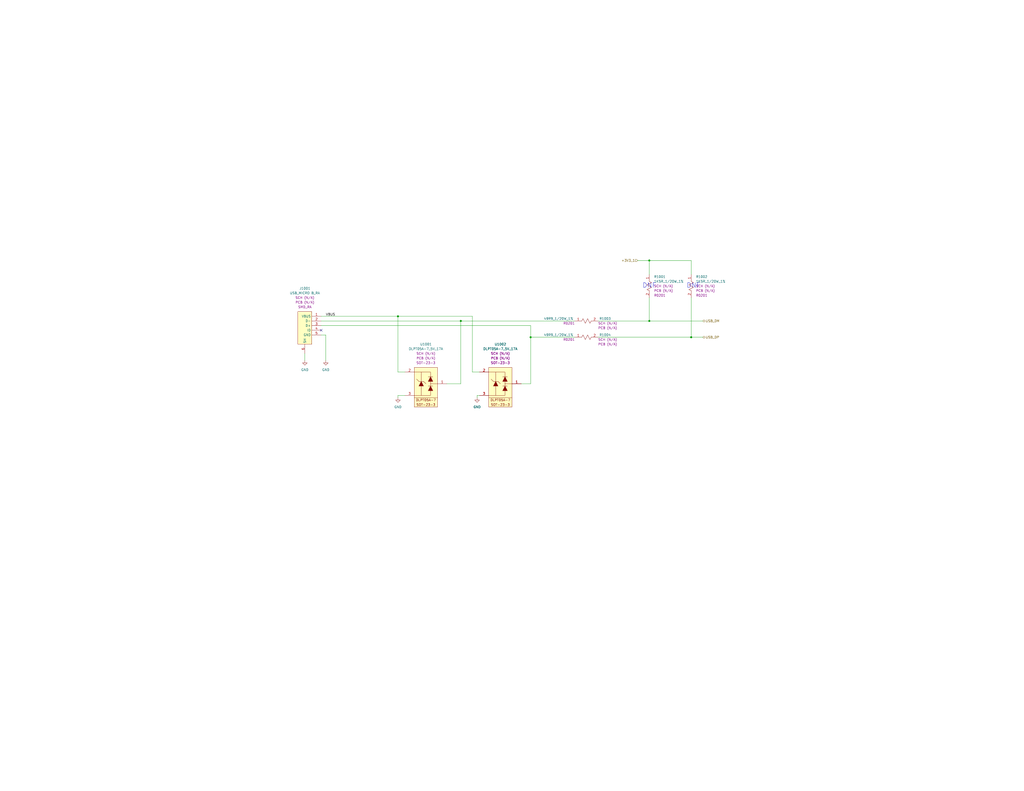
<source format=kicad_sch>
(kicad_sch (version 20230121) (generator eeschema)
  (paper "C")
  (title_block (title "Hot Plate") (date "09/15/2023") (rev "v1.0") (company "Mend0z0") (comment 1 "v1") (comment 2 "RELEASED") (comment 3 "Siavash Taher Parvar") (comment 8 "N/A"))
  (lib_symbols
    (symbol "_SCHLIB_HotPlate:CONN_USB MICRO B-10118194-0001LF_5POS_RA_SMD"
      (property "Reference" "J" (at 2.54 2.54 0))
      (property "Value" "USB_MICRO B_RA" (at 2.54 5.08 0))
      (property "SCH CHECK" "SCH (N/A)" (at 2.54 30.48 0))
      (property "Package" "SMD_RA" (at 2.54 33.02 0))
      (property "PCB CHECk" "PCB (N/A)" (at 2.54 27.94 0))
      (symbol "CONN_USB MICRO B-10118194-0001LF_5POS_RA_SMD_0_1"
        (rectangle (start 0 0) (end 7.62 -17.78) (fill (type background)))
      )
      (symbol "CONN_USB MICRO B-10118194-0001LF_5POS_RA_SMD_1_1"
        (pin passive line (at 12.7 -2.54 180) (length 5.08) (name "VBUS") (number "1"))
        (pin passive line (at 12.7 -5.08 180) (length 5.08) (name "D-") (number "2"))
        (pin passive line (at 12.7 -7.62 180) (length 5.08) (name "D+") (number "3"))
        (pin passive line (at 12.7 -10.16 180) (length 5.08) (name "ID") (number "4"))
        (pin passive line (at 12.7 -12.7 180) (length 5.08) (name "GND") (number "5"))
        (pin passive line (at 3.81 -22.86 90) (length 5.08) (name "SH") (number "6"))
      )
    )
    (symbol "_SCHLIB_HotPlate:DIODE_TVS_DLPT05A-7_5V_6V_17A(8/20us)_SOT_23"
      (property "Reference" "U" (at 2.54 3.81 0))
      (property "Value" "DLPT05A-7_5V_17A" (at 2.54 6.35 0))
      (property "SCH CHECK" "SCH (N/A)" (at 2.54 31.75 0))
      (property "Package" "SOT-23-3" (at 2.54 34.29 0))
      (property "PCB CHECk" "PCB (N/A)" (at 2.54 29.21 0))
      (symbol "DIODE_TVS_DLPT05A-7_5V_6V_17A(8/20us)_SOT_23_0_0"
        (text "DLPT05A-7" (at 6.35 -17.78 0) (effects (font (size 1.27 1.27))))
        (text "SOT-23-3" (at 6.35 -20.32 0) (effects (font (size 1.27 1.27))))
      )
      (symbol "DIODE_TVS_DLPT05A-7_5V_6V_17A(8/20us)_SOT_23_0_1"
        (polyline (pts (xy 0 -16.51) (xy 12.7 -16.51)))
        (polyline (pts (xy 7.62 -10.16) (xy 10.16 -10.16)))
        (polyline (pts (xy 8.89 -8.89) (xy 8.89 -10.16)))
        (polyline (pts (xy 8.89 -7.62) (xy 8.89 -8.89)))
        (polyline (pts (xy 10.16 -5.08) (xy 7.62 -5.08)))
        (polyline (pts (xy 12.7 -8.89) (xy 8.89 -8.89)))
        (polyline (pts (xy 0 -2.54) (xy 3.81 -2.54) (xy 3.81 -7.62)))
        (polyline (pts (xy 3.81 -10.16) (xy 3.81 -15.24) (xy 0 -15.24)))
        (polyline (pts (xy 8.89 -12.7) (xy 8.89 -15.24) (xy 3.81 -15.24)))
        (polyline (pts (xy 8.89 -5.08) (xy 8.89 -2.54) (xy 3.81 -2.54)))
        (polyline (pts (xy 2.54 -10.16) (xy 5.08 -10.16) (xy 3.81 -7.62) (xy 2.54 -10.16)) (fill (type outline)))
        (polyline (pts (xy 6.35 -8.89) (xy 5.08 -7.62) (xy 2.54 -7.62) (xy 1.27 -6.35)))
        (polyline (pts (xy 7.62 -12.7) (xy 10.16 -12.7) (xy 8.89 -10.16) (xy 7.62 -12.7)) (fill (type outline)))
        (polyline (pts (xy 7.62 -7.62) (xy 10.16 -7.62) (xy 8.89 -5.08) (xy 7.62 -7.62)) (fill (type outline)))
        (rectangle (start 0 0) (end 12.7 -21.59) (fill (type background)))
      )
      (symbol "DIODE_TVS_DLPT05A-7_5V_6V_17A(8/20us)_SOT_23_1_1"
        (pin passive line (at 17.78 -8.89 180) (length 5.08) (name "") (number "1"))
        (pin passive line (at -5.08 -2.54 0) (length 5.08) (name "") (number "2"))
        (pin passive line (at -5.08 -15.24 0) (length 5.08) (name "") (number "3"))
      )
    )
    (symbol "_SCHLIB_HotPlate:RES_1K5R_1/20W_1%_R0201"
      (property "Reference" "R" (at 2.54 5.08 0))
      (property "Value" "1K5R_1/20W_1%" (at 2.54 7.62 0))
      (property "SCH CHECK" "SCH (N/A)" (at 2.54 33.02 0))
      (property "Package" "R0201" (at 2.54 35.56 0))
      (property "PCB CHECk" "PCB (N/A)" (at 2.54 30.48 0))
      (symbol "RES_1K5R_1/20W_1%_R0201_0_0"
        (polyline (pts (xy 3.81 0) (xy 4.445 1.27) (xy 5.715 -1.27) (xy 6.985 1.27) (xy 8.255 -1.27) (xy 8.89 0)))
      )
      (symbol "RES_1K5R_1/20W_1%_R0201_1_1"
        (pin passive line (at 0 0 0) (length 3.81) (name "") (number "1"))
        (pin passive line (at 12.7 0 180) (length 3.81) (name "") (number "2"))
      )
    )
    (symbol "_SCHLIB_HotPlate:RES_49R9_1/20W_1%_R0201"
      (property "Reference" "R" (at 2.54 3.81 0))
      (property "Value" "49R9_1/20W_1%" (at 2.54 6.35 0))
      (property "SCH CHECK" "SCH (N/A)" (at 2.54 31.75 0))
      (property "Package" "R0201" (at 2.54 34.29 0))
      (property "PCB CHECk" "PCB (N/A)" (at 2.54 29.21 0))
      (symbol "RES_49R9_1/20W_1%_R0201_0_0"
        (polyline (pts (xy 3.81 0) (xy 4.445 1.27) (xy 5.715 -1.27) (xy 6.985 1.27) (xy 8.255 -1.27) (xy 8.89 0)))
      )
      (symbol "RES_49R9_1/20W_1%_R0201_1_1"
        (pin passive line (at 0 0 0) (length 3.81) (name "") (number "1"))
        (pin passive line (at 12.7 0 180) (length 3.81) (name "") (number "2"))
      )
    )
    (symbol "power:GND" (power) (pin_names (offset 0))
      (property "Value" "GND" (at 0 -3.81 0))
      (symbol "GND_0_1"
        (polyline (pts (xy 0 0) (xy 0 -1.27) (xy 1.27 -1.27) (xy 0 -2.54) (xy -1.27 -1.27) (xy 0 -1.27)))
      )
      (symbol "GND_1_1"
        (pin power_in line (at 0 0 270) (length 0) hide (name "GND") (number "1"))
      )
    )
  )
  (junction (at 251.46 175.26))
  (junction (at 289.56 184.15))
  (junction (at 377.19 184.15))
  (junction (at 217.17 172.72))
  (junction (at 354.33 175.26))
  (junction (at 354.33 142.24))
  (no_connect (at 175.26 180.34))
  (wire (pts (xy 257.81 203.2) (xy 257.81 172.72)))
  (wire (pts (xy 175.26 177.8) (xy 289.56 177.8)))
  (wire (pts (xy 354.33 175.26) (xy 383.54 175.26)))
  (wire (pts (xy 257.81 172.72) (xy 217.17 172.72)))
  (wire (pts (xy 175.26 182.88) (xy 177.8 182.88)))
  (wire (pts (xy 260.35 215.9) (xy 261.62 215.9)))
  (wire (pts (xy 326.39 184.15) (xy 377.19 184.15)))
  (wire (pts (xy 177.8 182.88) (xy 177.8 196.85)))
  (wire (pts (xy 377.19 162.56) (xy 377.19 184.15)))
  (wire (pts (xy 326.39 175.26) (xy 354.33 175.26)))
  (wire (pts (xy 377.19 149.86) (xy 377.19 142.24)))
  (wire (pts (xy 166.37 193.04) (xy 166.37 196.85)))
  (wire (pts (xy 377.19 184.15) (xy 383.54 184.15)))
  (wire (pts (xy 289.56 209.55) (xy 289.56 184.15)))
  (wire (pts (xy 284.48 209.55) (xy 289.56 209.55)))
  (wire (pts (xy 251.46 209.55) (xy 251.46 175.26)))
  (wire (pts (xy 251.46 175.26) (xy 313.69 175.26)))
  (wire (pts (xy 377.19 142.24) (xy 354.33 142.24)))
  (wire (pts (xy 175.26 172.72) (xy 217.17 172.72)))
  (wire (pts (xy 347.98 142.24) (xy 354.33 142.24)))
  (wire (pts (xy 175.26 175.26) (xy 251.46 175.26)))
  (wire (pts (xy 260.35 217.17) (xy 260.35 215.9)))
  (wire (pts (xy 217.17 203.2) (xy 220.98 203.2)))
  (wire (pts (xy 261.62 203.2) (xy 257.81 203.2)))
  (wire (pts (xy 217.17 172.72) (xy 217.17 203.2)))
  (wire (pts (xy 243.84 209.55) (xy 251.46 209.55)))
  (wire (pts (xy 289.56 184.15) (xy 313.69 184.15)))
  (wire (pts (xy 354.33 142.24) (xy 354.33 149.86)))
  (wire (pts (xy 217.17 215.9) (xy 220.98 215.9)))
  (wire (pts (xy 354.33 162.56) (xy 354.33 175.26)))
  (wire (pts (xy 289.56 184.15) (xy 289.56 177.8)))
  (wire (pts (xy 217.17 217.17) (xy 217.17 215.9)))
  (text "DNF" (at 374.65 157.48 0) (effects (font (size 2.54 2.54)) (justify left bottom)))
  (text "DNF" (at 350.52 157.48 0) (effects (font (size 2.54 2.54)) (justify left bottom)))
  (label "VBUS" (at 177.8 172.72 0))
  (hierarchical_label "USB_DP" (shape bidirectional) (at 383.54 184.15 0))
  (hierarchical_label "USB_DM" (shape bidirectional) (at 383.54 175.26 0))
  (hierarchical_label "+3V3_1" (shape input) (at 347.98 142.24 180))
  (symbol (lib_id "power:GND") (at 166.37 196.85 0) (unit 1)
    (property "Reference" "#PWR01001" (effects hide))
    (property "Value" "GND" (at 166.37 201.93 0))
  )
  (symbol (lib_id "_SCHLIB_HotPlate:DIODE_TVS_DLPT05A-7_5V_6V_17A(8/20us)_SOT_23") (at 266.7 200.66 0) (unit 1)
    (property "Reference" "U1002" (at 273.05 187.96 0))
    (property "Value" "DLPT05A-7_5V_17A" (at 273.05 190.5 0))
    (property "Footprint" "Package_TO_SOT_SMD:SOT-23" (effects hide))
    (property "Datasheet" "https://mm.digikey.com/Volume0/opasdata/d220001/medias/docus/4176/DLPT05A_Rev2-2_Nov2022.pdf" (effects hide))
    (property "Description" "9.8V Clamp 17A (8/20µs) Ipp Tvs Diode Surface Mount SOT-23-3" (effects hide))
    (property "Link" "https://www.digikey.ca/en/products/detail/diodes-incorporated/DLPT05A-7/17050612" (effects hide))
    (property "SCH CHECK" "SCH (N/A)" (at 273.05 193.04 0))
    (property "Part Number (Manufacturer)" "DLPT05A-7" (effects hide))
    (property "Package" "SOT-23-3" (at 273.05 198.12 0))
    (property "Manufacturer" "Diodes Incorporated" (effects hide))
    (property "Part Number (Vendor)" "31-DLPT05A-7TR-ND" (effects hide))
    (property "Vendor" "Digikey" (effects hide))
    (property "PCB CHECk" "PCB (N/A)" (at 273.05 195.58 0))
  )
  (symbol (lib_id "_SCHLIB_HotPlate:RES_1K5R_1/20W_1%_R0201") (at 377.19 149.86 270) (unit 1)
    (property "Reference" "R1002" (at 379.73 151.13 90) (effects (justify left)))
    (property "Value" "1K5R_1/20W_1%" (at 379.73 153.67 90) (effects (justify left)))
    (property "Footprint" "Resistor_SMD:R_0201_0603Metric" (effects hide))
    (property "Datasheet" "https://www.yageo.com/upload/media/product/productsearch/datasheet/rchip/PYu-RC_Group_51_RoHS_L_12.pdf" (effects hide))
    (property "Description" "1.4 kOhms ±1% 0.05W, 1/20W Chip Resistor 0201 (0603 Metric) Moisture Resistant Thick Film" (effects hide))
    (property "Link" "https://www.digikey.ca/en/products/detail/yageo/RC0201FR-071K4L/5280343" (effects hide))
    (property "SCH CHECK" "SCH (N/A)" (at 379.73 156.21 90) (effects (justify left)))
    (property "Package" "R0201" (at 379.73 161.29 90) (effects (justify left)))
    (property "Part Number (Manufacturer)" "RC0201FR-071K4L" (effects hide))
    (property "Manufacturer" "YAGEO" (effects hide))
    (property "Part Number (Vendor)" "YAG2483TR-ND" (effects hide))
    (property "Vendor" "Digikey" (effects hide))
    (property "PCB CHECk" "PCB (N/A)" (at 379.73 158.75 90) (effects (justify left)))
  )
  (symbol (lib_id "_SCHLIB_HotPlate:RES_1K5R_1/20W_1%_R0201") (at 354.33 149.86 270) (unit 1)
    (property "Reference" "R1001" (at 356.87 151.13 90) (effects (justify left)))
    (property "Value" "1K5R_1/20W_1%" (at 356.87 153.67 90) (effects (justify left)))
    (property "Footprint" "Resistor_SMD:R_0201_0603Metric" (effects hide))
    (property "Datasheet" "https://www.yageo.com/upload/media/product/productsearch/datasheet/rchip/PYu-RC_Group_51_RoHS_L_12.pdf" (effects hide))
    (property "Description" "1.4 kOhms ±1% 0.05W, 1/20W Chip Resistor 0201 (0603 Metric) Moisture Resistant Thick Film" (effects hide))
    (property "Link" "https://www.digikey.ca/en/products/detail/yageo/RC0201FR-071K4L/5280343" (effects hide))
    (property "SCH CHECK" "SCH (N/A)" (at 356.87 156.21 90) (effects (justify left)))
    (property "Package" "R0201" (at 356.87 161.29 90) (effects (justify left)))
    (property "Part Number (Manufacturer)" "RC0201FR-071K4L" (effects hide))
    (property "Manufacturer" "YAGEO" (effects hide))
    (property "Part Number (Vendor)" "YAG2483TR-ND" (effects hide))
    (property "Vendor" "Digikey" (effects hide))
    (property "PCB CHECk" "PCB (N/A)" (at 356.87 158.75 90) (effects (justify left)))
  )
  (symbol (lib_id "power:GND") (at 260.35 217.17 0) (unit 1)
    (property "Reference" "#PWR01004" (effects hide))
    (property "Value" "GND" (at 260.35 222.25 0))
  )
  (symbol (lib_id "power:GND") (at 177.8 196.85 0) (unit 1)
    (property "Reference" "#PWR01002" (effects hide))
    (property "Value" "GND" (at 177.8 201.93 0))
  )
  (symbol (lib_id "_SCHLIB_HotPlate:DIODE_TVS_DLPT05A-7_5V_6V_17A(8/20us)_SOT_23") (at 226.06 200.66 0) (unit 1)
    (property "Reference" "U1001" (at 232.41 187.96 0))
    (property "Value" "DLPT05A-7_5V_17A" (at 232.41 190.5 0))
    (property "Footprint" "Package_TO_SOT_SMD:SOT-23" (effects hide))
    (property "Datasheet" "https://mm.digikey.com/Volume0/opasdata/d220001/medias/docus/4176/DLPT05A_Rev2-2_Nov2022.pdf" (effects hide))
    (property "Description" "9.8V Clamp 17A (8/20µs) Ipp Tvs Diode Surface Mount SOT-23-3" (effects hide))
    (property "Link" "https://www.digikey.ca/en/products/detail/diodes-incorporated/DLPT05A-7/17050612" (effects hide))
    (property "SCH CHECK" "SCH (N/A)" (at 232.41 193.04 0))
    (property "Part Number (Manufacturer)" "DLPT05A-7" (effects hide))
    (property "Package" "SOT-23-3" (at 232.41 198.12 0))
    (property "Manufacturer" "Diodes Incorporated" (effects hide))
    (property "Part Number (Vendor)" "31-DLPT05A-7TR-ND" (effects hide))
    (property "Vendor" "Digikey" (effects hide))
    (property "PCB CHECk" "PCB (N/A)" (at 232.41 195.58 0))
  )
  (symbol (lib_id "_SCHLIB_HotPlate:CONN_USB MICRO B-10118194-0001LF_5POS_RA_SMD") (at 162.56 170.18 0) (unit 1)
    (property "Reference" "J1001" (at 166.37 157.48 0))
    (property "Value" "USB_MICRO B_RA" (at 166.37 160.02 0))
    (property "Footprint" "Connector_USB:USB_Micro-B_Amphenol_10118194_Horizontal" (effects hide))
    (property "Datasheet" "https://www.amphenol-cs.com/media/wysiwyg/files/drawing/10118194.pdf" (effects hide))
    (property "Description" "USB - micro B USB 2.0 Receptacle Connector 5 Position Surface Mount, Right Angle; Through Hole" (effects hide))
    (property "Link" "https://www.digikey.ca/en/products/detail/amphenol-cs-fci/10118194-0001LF/2785389" (effects hide))
    (property "SCH CHECK" "SCH (N/A)" (at 166.37 162.56 0))
    (property "Part Number (Manufacturer)" "10118194-0001LF" (effects hide))
    (property "Package" "SMD_RA" (at 166.37 167.64 0))
    (property "Manufacturer" "Amphenol ICC (FCI)" (effects hide))
    (property "Part Number (Vendor)" "609-4618-2-ND" (effects hide))
    (property "Vendor" "Digikey" (effects hide))
    (property "PCB CHECk" "PCB (N/A)" (at 166.37 165.1 0))
  )
  (symbol (lib_id "_SCHLIB_HotPlate:RES_49R9_1/20W_1%_R0201") (at 313.69 175.26 0) (unit 1)
    (property "Reference" "R1003" (at 330.2 173.99 0))
    (property "Value" "49R9_1/20W_1%" (at 304.8 173.99 0))
    (property "Footprint" "Resistor_SMD:R_0201_0603Metric" (effects hide))
    (property "Datasheet" "https://www.seielect.com/Catalog/SEI-RMCF_RMCP.pdf" (effects hide))
    (property "Description" "49.9 Ohms ±1% 0.05W, 1/20W Chip Resistor 0201 (0603 Metric) Thick Film" (effects hide))
    (property "Link" "https://www.digikey.ca/en/products/detail/stackpole-electronics-inc/RMCF0201FT49R9/1715030" (effects hide))
    (property "SCH CHECK" "SCH (N/A)" (at 326.39 176.53 0) (effects (justify left)))
    (property "Package" "R0201" (at 307.34 176.53 0) (effects (justify left)))
    (property "Part Number (Manufacturer)" "RMCF0201FT49R9" (effects hide))
    (property "Manufacturer" "Stackpole Electronics Inc" (effects hide))
    (property "Part Number (Vendor)" "RMCF0201FT49R9TR-ND" (effects hide))
    (property "Vendor" "Digikey" (effects hide))
    (property "PCB CHECk" "PCB (N/A)" (at 326.39 179.07 0) (effects (justify left)))
  )
  (symbol (lib_id "_SCHLIB_HotPlate:RES_49R9_1/20W_1%_R0201") (at 313.69 184.15 0) (unit 1)
    (property "Reference" "R1004" (at 330.2 182.88 0))
    (property "Value" "49R9_1/20W_1%" (at 304.8 182.88 0))
    (property "Footprint" "Resistor_SMD:R_0201_0603Metric" (effects hide))
    (property "Datasheet" "https://www.seielect.com/Catalog/SEI-RMCF_RMCP.pdf" (effects hide))
    (property "Description" "49.9 Ohms ±1% 0.05W, 1/20W Chip Resistor 0201 (0603 Metric) Thick Film" (effects hide))
    (property "Link" "https://www.digikey.ca/en/products/detail/stackpole-electronics-inc/RMCF0201FT49R9/1715030" (effects hide))
    (property "SCH CHECK" "SCH (N/A)" (at 326.39 185.42 0) (effects (justify left)))
    (property "Package" "R0201" (at 307.34 185.42 0) (effects (justify left)))
    (property "Part Number (Manufacturer)" "RMCF0201FT49R9" (effects hide))
    (property "Manufacturer" "Stackpole Electronics Inc" (effects hide))
    (property "Part Number (Vendor)" "RMCF0201FT49R9TR-ND" (effects hide))
    (property "Vendor" "Digikey" (effects hide))
    (property "PCB CHECk" "PCB (N/A)" (at 326.39 187.96 0) (effects (justify left)))
  )
  (symbol (lib_id "power:GND") (at 217.17 217.17 0) (unit 1)
    (property "Reference" "#PWR01003" (effects hide))
    (property "Value" "GND" (at 217.17 222.25 0))
  )
)
</source>
